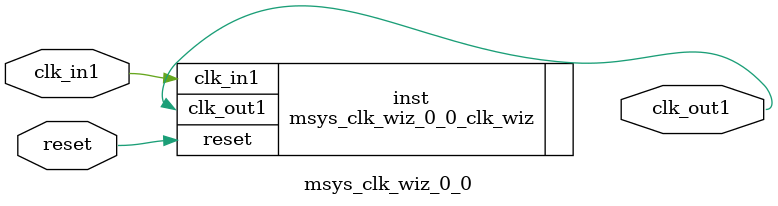
<source format=v>


`timescale 1ps/1ps

(* CORE_GENERATION_INFO = "msys_clk_wiz_0_0,clk_wiz_v6_0_6_0_0,{component_name=msys_clk_wiz_0_0,use_phase_alignment=true,use_min_o_jitter=false,use_max_i_jitter=false,use_dyn_phase_shift=false,use_inclk_switchover=false,use_dyn_reconfig=false,enable_axi=0,feedback_source=FDBK_AUTO,PRIMITIVE=MMCM,num_out_clk=1,clkin1_period=10.000,clkin2_period=10.000,use_power_down=false,use_reset=true,use_locked=false,use_inclk_stopped=false,feedback_type=SINGLE,CLOCK_MGR_TYPE=NA,manual_override=false}" *)

module msys_clk_wiz_0_0 
 (
  // Clock out ports
  output        clk_out1,
  // Status and control signals
  input         reset,
 // Clock in ports
  input         clk_in1
 );

  msys_clk_wiz_0_0_clk_wiz inst
  (
  // Clock out ports  
  .clk_out1(clk_out1),
  // Status and control signals               
  .reset(reset), 
 // Clock in ports
  .clk_in1(clk_in1)
  );

endmodule

</source>
